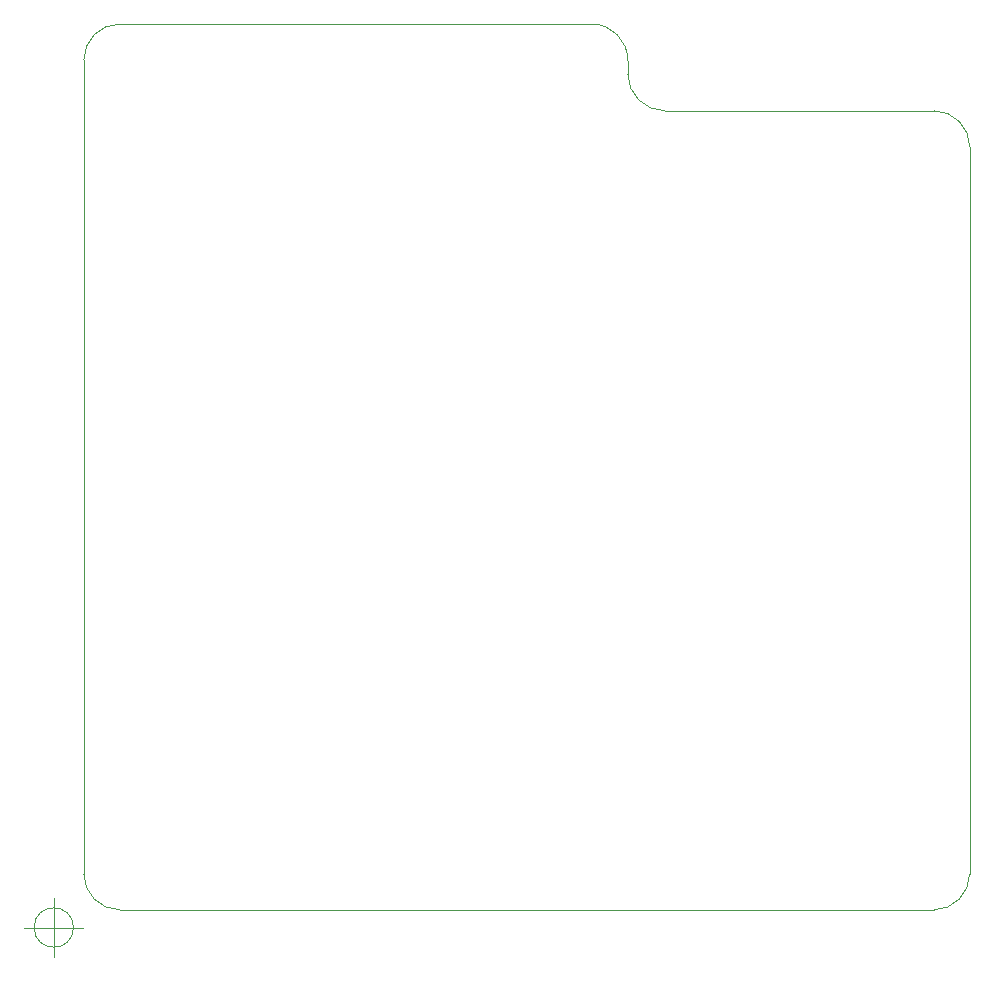
<source format=gbr>
%TF.GenerationSoftware,KiCad,Pcbnew,(6.0.4)*%
%TF.CreationDate,2022-07-20T18:14:02+08:00*%
%TF.ProjectId,SmartKnob_Main,536d6172-744b-46e6-9f62-5f4d61696e2e,rev?*%
%TF.SameCoordinates,Original*%
%TF.FileFunction,Profile,NP*%
%FSLAX46Y46*%
G04 Gerber Fmt 4.6, Leading zero omitted, Abs format (unit mm)*
G04 Created by KiCad (PCBNEW (6.0.4)) date 2022-07-20 18:14:02*
%MOMM*%
%LPD*%
G01*
G04 APERTURE LIST*
%TA.AperFunction,Profile*%
%ADD10C,0.100000*%
%TD*%
G04 APERTURE END LIST*
D10*
X131621760Y-134000000D02*
G75*
G03*
X131621760Y-134000000I-1666666J0D01*
G01*
X127455094Y-134000000D02*
X132455094Y-134000000D01*
X129955094Y-131500000D02*
X129955094Y-136500000D01*
X207500000Y-67891380D02*
X207500000Y-129458619D01*
X132500000Y-129458619D02*
X132500000Y-60541381D01*
X207499986Y-67891380D02*
G75*
G03*
X204500000Y-64850000I-3041686J-20D01*
G01*
X178549997Y-60600000D02*
G75*
G03*
X175500000Y-57500000I-3049997J49600D01*
G01*
X175500000Y-57500000D02*
X135541381Y-57500000D01*
X132500000Y-129458619D02*
G75*
G03*
X135541381Y-132500000I3041400J19D01*
G01*
X204458619Y-132500000D02*
G75*
G03*
X207500000Y-129458619I-19J3041400D01*
G01*
X178550000Y-60600000D02*
X178550000Y-61750000D01*
X204500000Y-64850000D02*
X181700000Y-64850000D01*
X135541381Y-57500000D02*
G75*
G03*
X132500000Y-60541381I19J-3041400D01*
G01*
X178550003Y-61750000D02*
G75*
G03*
X181700000Y-64850000I3149997J50400D01*
G01*
X135541381Y-132500000D02*
X204458619Y-132500000D01*
M02*

</source>
